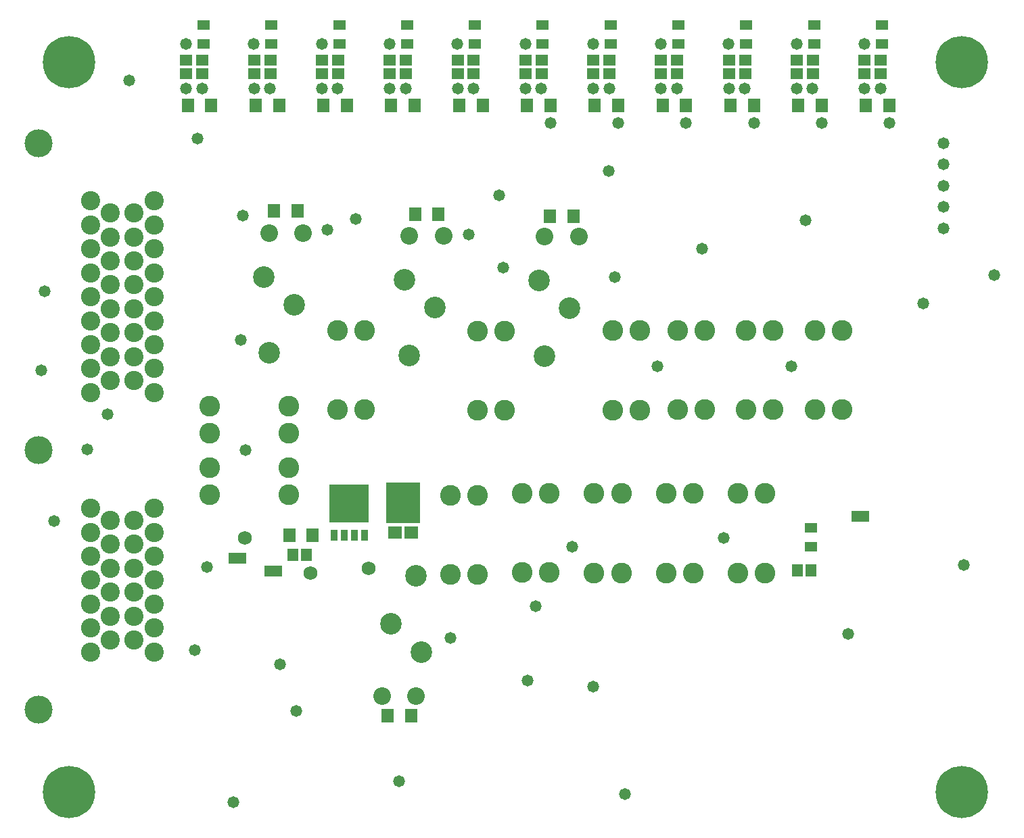
<source format=gbr>
%TF.GenerationSoftware,Altium Limited,Altium Designer,19.0.10 (269)*%
G04 Layer_Color=8388736*
%FSLAX26Y26*%
%MOIN*%
%TF.FileFunction,Soldermask,Top*%
%TF.Part,Single*%
G01*
G75*
%TA.AperFunction,SMDPad,CuDef*%
%ADD39R,0.053276X0.061150*%
%ADD40R,0.061150X0.053276*%
%TA.AperFunction,ComponentPad*%
%ADD42C,0.102488*%
%ADD43C,0.094614*%
%ADD44C,0.137921*%
%TA.AperFunction,ViaPad*%
%ADD45C,0.068000*%
%ADD46C,0.258000*%
%TA.AperFunction,ComponentPad*%
%ADD47C,0.106425*%
%ADD48C,0.086740*%
%TA.AperFunction,ViaPad*%
%ADD49C,0.058000*%
%TA.AperFunction,SMDPad,CuDef*%
%ADD52R,0.061150X0.065087*%
%ADD53R,0.059181X0.051307*%
%ADD54R,0.088709X0.053276*%
%ADD55R,0.193039X0.189102*%
%ADD56R,0.035559X0.053276*%
%ADD57R,0.065087X0.059181*%
%ADD58R,0.171386X0.200913*%
D39*
X3889411Y1393000D02*
D03*
X3958308D02*
D03*
X1471740Y1469362D02*
D03*
X1402843D02*
D03*
D40*
X879016Y3841276D02*
D03*
Y3910173D02*
D03*
X1213307Y3841276D02*
D03*
Y3910173D02*
D03*
X1547597Y3841276D02*
D03*
Y3910173D02*
D03*
X1881888Y3841276D02*
D03*
Y3910173D02*
D03*
X2216179Y3841276D02*
D03*
Y3910173D02*
D03*
X3887632Y3841276D02*
D03*
Y3910173D02*
D03*
X4221922Y3841276D02*
D03*
Y3910173D02*
D03*
X3553341Y3841276D02*
D03*
Y3910173D02*
D03*
X3219050Y3841276D02*
D03*
Y3910173D02*
D03*
X2884760Y3841276D02*
D03*
Y3910173D02*
D03*
X2550469Y3841276D02*
D03*
Y3910173D02*
D03*
X3632633Y3910174D02*
D03*
Y3841276D02*
D03*
X3966923Y3910174D02*
D03*
Y3841276D02*
D03*
X4301214Y3910174D02*
D03*
Y3841276D02*
D03*
X1961179Y3910174D02*
D03*
Y3841276D02*
D03*
X2295470Y3910174D02*
D03*
Y3841276D02*
D03*
X2629761Y3910174D02*
D03*
Y3841276D02*
D03*
X2964051Y3910174D02*
D03*
Y3841276D02*
D03*
X3298342Y3910174D02*
D03*
Y3841276D02*
D03*
X1626889Y3910174D02*
D03*
Y3841276D02*
D03*
X958308Y3910174D02*
D03*
Y3841276D02*
D03*
X1292598Y3910174D02*
D03*
Y3841276D02*
D03*
D42*
X1385551Y1765000D02*
D03*
X995000D02*
D03*
X1385551Y1898858D02*
D03*
X995000D02*
D03*
Y2203780D02*
D03*
X1385551D02*
D03*
X995000Y2069921D02*
D03*
X1385551D02*
D03*
X1624843Y2186206D02*
D03*
Y2576757D02*
D03*
X1758701Y2186206D02*
D03*
Y2576757D02*
D03*
X2313490Y2181724D02*
D03*
Y2572276D02*
D03*
X2447348Y2181724D02*
D03*
Y2572276D02*
D03*
X2979165Y2183724D02*
D03*
Y2574276D02*
D03*
X3113023Y2183724D02*
D03*
Y2574276D02*
D03*
X3299361Y2184449D02*
D03*
Y2575000D02*
D03*
X3433220Y2184449D02*
D03*
Y2575000D02*
D03*
X3638246Y2184724D02*
D03*
Y2575276D02*
D03*
X3772104Y2184724D02*
D03*
Y2575276D02*
D03*
X3978379Y2184898D02*
D03*
Y2575450D02*
D03*
X4112237Y2184898D02*
D03*
Y2575450D02*
D03*
X3731237Y1771450D02*
D03*
Y1380898D02*
D03*
X3597378Y1771450D02*
D03*
Y1380898D02*
D03*
X3376886Y1771000D02*
D03*
Y1380449D02*
D03*
X3243028Y1771000D02*
D03*
Y1380449D02*
D03*
X3022570Y1771450D02*
D03*
Y1380898D02*
D03*
X2888712Y1771450D02*
D03*
Y1380898D02*
D03*
X2667701Y1771757D02*
D03*
Y1381206D02*
D03*
X2533843Y1771757D02*
D03*
Y1381206D02*
D03*
X2313314Y1763253D02*
D03*
Y1372702D02*
D03*
X2179456Y1763253D02*
D03*
Y1372702D02*
D03*
D43*
X720866Y2269685D02*
D03*
Y2387795D02*
D03*
Y2505905D02*
D03*
Y2624016D02*
D03*
Y2742126D02*
D03*
Y2860236D02*
D03*
Y2978347D02*
D03*
Y3096457D02*
D03*
Y3214567D02*
D03*
X622441Y2328740D02*
D03*
Y2446850D02*
D03*
Y2564961D02*
D03*
Y2683071D02*
D03*
Y2801181D02*
D03*
Y2919291D02*
D03*
Y3037402D02*
D03*
Y3155512D02*
D03*
X504331Y2328740D02*
D03*
Y2446850D02*
D03*
Y2564961D02*
D03*
Y2683071D02*
D03*
Y2801181D02*
D03*
Y2919291D02*
D03*
Y3037402D02*
D03*
Y3155512D02*
D03*
X405906Y2269685D02*
D03*
Y2387795D02*
D03*
Y2505905D02*
D03*
Y2624016D02*
D03*
Y2742126D02*
D03*
Y2860236D02*
D03*
Y2978347D02*
D03*
Y3096457D02*
D03*
Y3214567D02*
D03*
Y1698819D02*
D03*
Y1580709D02*
D03*
Y1462599D02*
D03*
Y1344488D02*
D03*
Y1226378D02*
D03*
Y1108268D02*
D03*
Y990158D02*
D03*
X504331Y1639764D02*
D03*
Y1521654D02*
D03*
Y1403543D02*
D03*
Y1285433D02*
D03*
Y1167323D02*
D03*
Y1049213D02*
D03*
X622441Y1639764D02*
D03*
Y1521654D02*
D03*
Y1403543D02*
D03*
Y1285433D02*
D03*
Y1167323D02*
D03*
Y1049213D02*
D03*
X720866Y1698819D02*
D03*
Y1580709D02*
D03*
Y1462599D02*
D03*
Y1344488D02*
D03*
Y1226378D02*
D03*
Y1108268D02*
D03*
Y990158D02*
D03*
D44*
X150000Y704724D02*
D03*
Y1984252D02*
D03*
Y3500000D02*
D03*
D45*
X1166000Y1552000D02*
D03*
X1777000Y1401000D02*
D03*
X1490000Y1380000D02*
D03*
D46*
X4700000Y300000D02*
D03*
Y3900000D02*
D03*
X300000D02*
D03*
Y300000D02*
D03*
D47*
X2644656Y2449512D02*
D03*
X2619065Y2823528D02*
D03*
X2768671Y2685732D02*
D03*
X1979001Y2452449D02*
D03*
X1953410Y2826465D02*
D03*
X2103016Y2688670D02*
D03*
X1286000Y2466449D02*
D03*
X1260410Y2840465D02*
D03*
X1410016Y2702669D02*
D03*
X2011929Y1364551D02*
D03*
X2037520Y990535D02*
D03*
X1887913Y1128331D02*
D03*
D48*
X2813947Y3040063D02*
D03*
X2644656D02*
D03*
X2148292Y3043001D02*
D03*
X1979001D02*
D03*
X1455292Y3057000D02*
D03*
X1286000D02*
D03*
X1842638Y774000D02*
D03*
X2011929D02*
D03*
D49*
X1574330Y3071330D02*
D03*
X2961000Y3361000D02*
D03*
X2990000Y2840465D02*
D03*
X1157000Y3142294D02*
D03*
X1713000Y3127000D02*
D03*
X2422000Y3241000D02*
D03*
X934000Y3524000D02*
D03*
X3528000Y1553000D02*
D03*
X2272371Y3048999D02*
D03*
X164695Y2380000D02*
D03*
X180000Y2769010D02*
D03*
X4344456Y3600000D02*
D03*
X3342396D02*
D03*
X597000Y3810000D02*
D03*
X4860000Y2850000D02*
D03*
X227000Y1634278D02*
D03*
X490000Y2162952D02*
D03*
X390000Y1990000D02*
D03*
X3860000Y2400000D02*
D03*
X3202201D02*
D03*
X2780726Y1510000D02*
D03*
X4710000Y1420000D02*
D03*
X4510000Y2710000D02*
D03*
X3930000Y3120000D02*
D03*
X3420000Y2980000D02*
D03*
X2440000Y2884821D02*
D03*
X1170000Y1984252D02*
D03*
X1146000Y2530000D02*
D03*
X980000Y1410000D02*
D03*
X920000Y1000000D02*
D03*
X1340000Y930000D02*
D03*
X2180000Y1060000D02*
D03*
X1420000Y700000D02*
D03*
X2601000Y1215000D02*
D03*
X2560000Y850000D02*
D03*
X2883776Y820000D02*
D03*
X4140000Y1080000D02*
D03*
X3040000Y290000D02*
D03*
X1928000Y352000D02*
D03*
X1110000Y250000D02*
D03*
X3965388Y3768482D02*
D03*
X1959644D02*
D03*
X1625353D02*
D03*
X1881888Y3770726D02*
D03*
X4610000Y3080000D02*
D03*
Y3185000D02*
D03*
Y3290000D02*
D03*
Y3395000D02*
D03*
Y3500000D02*
D03*
X4010977Y3600000D02*
D03*
X3676686D02*
D03*
X3296806Y3768482D02*
D03*
X3008105Y3600000D02*
D03*
X2673814D02*
D03*
X1291063Y3768482D02*
D03*
X1212323Y3989740D02*
D03*
X1213307Y3770726D02*
D03*
X1546613Y3989740D02*
D03*
X1547597Y3770726D02*
D03*
X3631097Y3768482D02*
D03*
X3552357Y3989740D02*
D03*
X3553341Y3770726D02*
D03*
X3886647Y3989740D02*
D03*
X3887632Y3770726D02*
D03*
X4299678Y3768482D02*
D03*
X4220938Y3989740D02*
D03*
X4221922Y3770726D02*
D03*
X1880904Y3989740D02*
D03*
X2293935Y3768482D02*
D03*
X2215194Y3989740D02*
D03*
X2216179Y3770726D02*
D03*
X2628225Y3768482D02*
D03*
X2549485Y3989740D02*
D03*
X2550469Y3770726D02*
D03*
X2962516Y3768482D02*
D03*
X2883776Y3989740D02*
D03*
X2884760Y3770726D02*
D03*
X3218066Y3989740D02*
D03*
X3219050Y3770726D02*
D03*
X956772Y3768482D02*
D03*
X878032Y3989740D02*
D03*
X879016Y3770726D02*
D03*
D52*
X2787071Y3139000D02*
D03*
X2670929D02*
D03*
X1428622Y3167000D02*
D03*
X1312480D02*
D03*
X2122330Y3149999D02*
D03*
X2006189D02*
D03*
X1870108Y677000D02*
D03*
X1986249D02*
D03*
X1670943Y3686000D02*
D03*
X1554801D02*
D03*
X1336652D02*
D03*
X1220510D02*
D03*
X1002361D02*
D03*
X886220D02*
D03*
X2005233D02*
D03*
X1889092D02*
D03*
X3676686D02*
D03*
X3560545D02*
D03*
X4345267D02*
D03*
X4229126D02*
D03*
X4010977D02*
D03*
X3894835D02*
D03*
X2673814D02*
D03*
X2557673D02*
D03*
X2339524D02*
D03*
X2223382D02*
D03*
X3342396D02*
D03*
X3226254D02*
D03*
X3008105D02*
D03*
X2891963D02*
D03*
X1502362Y1564362D02*
D03*
X1386221D02*
D03*
D53*
X1967162Y3990724D02*
D03*
Y4081276D02*
D03*
X2301453Y3990724D02*
D03*
Y4081276D02*
D03*
X2635744Y3990724D02*
D03*
Y4081276D02*
D03*
X2970034Y3990724D02*
D03*
Y4081276D02*
D03*
X3304325Y3990724D02*
D03*
Y4081276D02*
D03*
X3638615Y3990724D02*
D03*
Y4081276D02*
D03*
X3972906Y3990724D02*
D03*
Y4081276D02*
D03*
X4307197Y3990724D02*
D03*
Y4081276D02*
D03*
X1632872Y3990724D02*
D03*
Y4081276D02*
D03*
X1298581Y3990724D02*
D03*
Y4081276D02*
D03*
X964291Y3990724D02*
D03*
Y4081276D02*
D03*
X3958308Y1601071D02*
D03*
Y1510520D02*
D03*
D54*
X1130000Y1451783D02*
D03*
X4200000Y1660000D02*
D03*
X1307000Y1389627D02*
D03*
D55*
X1681923Y1724173D02*
D03*
D56*
X1756923Y1566693D02*
D03*
X1706923D02*
D03*
X1656923D02*
D03*
X1606923D02*
D03*
D57*
X1906920Y1579055D02*
D03*
X1986920D02*
D03*
D58*
X1946920Y1725000D02*
D03*
%TF.MD5,0f720532cb1e2613e07a1259a00cda4f*%
M02*

</source>
